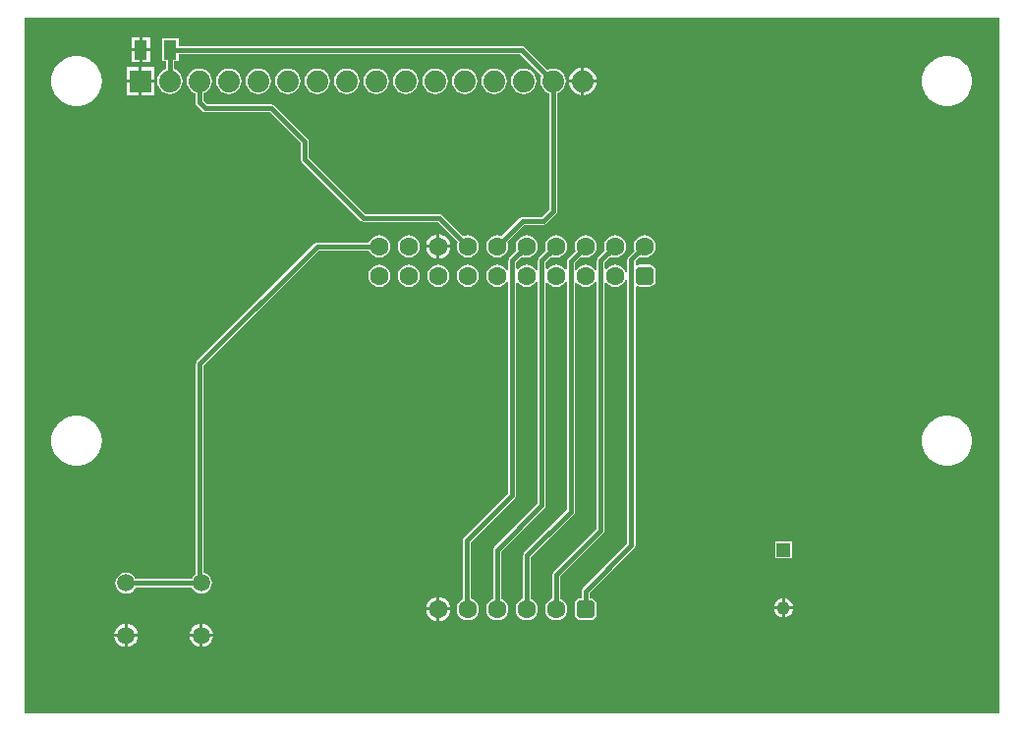
<source format=gbl>
G04*
G04 #@! TF.GenerationSoftware,Altium Limited,Altium Designer,21.3.2 (30)*
G04*
G04 Layer_Physical_Order=2*
G04 Layer_Color=16711680*
%FSLAX25Y25*%
%MOIN*%
G70*
G04*
G04 #@! TF.SameCoordinates,C5F37314-CDAC-41E9-AC7F-4832BFE522EA*
G04*
G04*
G04 #@! TF.FilePolarity,Positive*
G04*
G01*
G75*
%ADD14C,0.04528*%
%ADD15R,0.04528X0.04528*%
%ADD22C,0.01500*%
%ADD23C,0.05906*%
%ADD24C,0.06299*%
G04:AMPARAMS|DCode=25|XSize=62.99mil|YSize=62.99mil|CornerRadius=15.75mil|HoleSize=0mil|Usage=FLASHONLY|Rotation=180.000|XOffset=0mil|YOffset=0mil|HoleType=Round|Shape=RoundedRectangle|*
%AMROUNDEDRECTD25*
21,1,0.06299,0.03150,0,0,180.0*
21,1,0.03150,0.06299,0,0,180.0*
1,1,0.03150,-0.01575,0.01575*
1,1,0.03150,0.01575,0.01575*
1,1,0.03150,0.01575,-0.01575*
1,1,0.03150,-0.01575,-0.01575*
%
%ADD25ROUNDEDRECTD25*%
%ADD26R,0.07400X0.07400*%
%ADD27C,0.07400*%
%ADD28R,0.04352X0.06528*%
G36*
X362205Y43307D02*
X31496D01*
Y279528D01*
X362205D01*
Y43307D01*
D02*
G37*
%LPC*%
G36*
X74135Y272768D02*
X71459D01*
Y269004D01*
X74135D01*
Y272768D01*
D02*
G37*
G36*
X70459D02*
X67783D01*
Y269004D01*
X70459D01*
Y272768D01*
D02*
G37*
G36*
X345264Y266387D02*
X343713D01*
X343652Y266362D01*
X343588Y266375D01*
X342067Y266072D01*
X342012Y266036D01*
X341947D01*
X340514Y265442D01*
X340468Y265396D01*
X340403Y265383D01*
X339114Y264522D01*
X339077Y264467D01*
X339017Y264442D01*
X337920Y263345D01*
X337895Y263285D01*
X337841Y263248D01*
X336979Y261959D01*
X336966Y261895D01*
X336920Y261848D01*
X336326Y260415D01*
Y260350D01*
X336290Y260296D01*
X335987Y258774D01*
X336000Y258710D01*
X335975Y258649D01*
Y257099D01*
X336000Y257038D01*
X335987Y256974D01*
X336290Y255452D01*
X336326Y255398D01*
Y255333D01*
X336920Y253900D01*
X336966Y253853D01*
X336979Y253789D01*
X337841Y252500D01*
X337895Y252463D01*
X337920Y252403D01*
X339017Y251306D01*
X339077Y251281D01*
X339114Y251226D01*
X340403Y250365D01*
X340468Y250352D01*
X340514Y250306D01*
X341947Y249712D01*
X342012D01*
X342067Y249676D01*
X343588Y249373D01*
X343652Y249386D01*
X343713Y249361D01*
X345264D01*
X345324Y249386D01*
X345388Y249373D01*
X346910Y249676D01*
X346964Y249712D01*
X347030D01*
X348463Y250306D01*
X348509Y250352D01*
X348573Y250365D01*
X349863Y251226D01*
X349899Y251281D01*
X349960Y251306D01*
X351056Y252403D01*
X351081Y252463D01*
X351136Y252500D01*
X351997Y253789D01*
X352010Y253853D01*
X352057Y253900D01*
X352650Y255333D01*
Y255398D01*
X352687Y255452D01*
X352989Y256974D01*
X352976Y257038D01*
X353001Y257099D01*
Y258649D01*
X352976Y258710D01*
X352989Y258774D01*
X352687Y260296D01*
X352650Y260350D01*
Y260415D01*
X352057Y261848D01*
X352010Y261895D01*
X351997Y261959D01*
X351136Y263248D01*
X351081Y263285D01*
X351056Y263345D01*
X349960Y264442D01*
X349899Y264467D01*
X349863Y264522D01*
X348573Y265383D01*
X348509Y265396D01*
X348463Y265442D01*
X347030Y266036D01*
X346964D01*
X346910Y266072D01*
X345388Y266375D01*
X345324Y266362D01*
X345264Y266387D01*
D02*
G37*
G36*
X49988D02*
X48437D01*
X48377Y266362D01*
X48312Y266375D01*
X46791Y266072D01*
X46737Y266036D01*
X46671D01*
X45238Y265442D01*
X45192Y265396D01*
X45128Y265383D01*
X43838Y264522D01*
X43802Y264467D01*
X43741Y264442D01*
X42644Y263345D01*
X42619Y263285D01*
X42565Y263248D01*
X41703Y261959D01*
X41690Y261895D01*
X41644Y261848D01*
X41051Y260415D01*
Y260350D01*
X41014Y260296D01*
X40712Y258774D01*
X40724Y258710D01*
X40699Y258649D01*
Y257099D01*
X40724Y257038D01*
X40712Y256974D01*
X41014Y255452D01*
X41051Y255398D01*
Y255333D01*
X41644Y253900D01*
X41690Y253853D01*
X41703Y253789D01*
X42565Y252500D01*
X42619Y252463D01*
X42644Y252403D01*
X43741Y251306D01*
X43802Y251281D01*
X43838Y251226D01*
X45128Y250365D01*
X45192Y250352D01*
X45238Y250306D01*
X46671Y249712D01*
X46737D01*
X46791Y249676D01*
X48312Y249373D01*
X48377Y249386D01*
X48437Y249361D01*
X49988D01*
X50049Y249386D01*
X50113Y249373D01*
X51634Y249676D01*
X51688Y249712D01*
X51754D01*
X53187Y250306D01*
X53233Y250352D01*
X53298Y250365D01*
X54587Y251226D01*
X54624Y251281D01*
X54684Y251306D01*
X55781Y252403D01*
X55806Y252463D01*
X55860Y252500D01*
X56722Y253789D01*
X56735Y253853D01*
X56781Y253900D01*
X57375Y255333D01*
Y255398D01*
X57411Y255452D01*
X57714Y256974D01*
X57701Y257038D01*
X57726Y257099D01*
Y258649D01*
X57701Y258710D01*
X57714Y258774D01*
X57411Y260296D01*
X57375Y260350D01*
Y260415D01*
X56781Y261848D01*
X56735Y261895D01*
X56722Y261959D01*
X55860Y263248D01*
X55806Y263285D01*
X55781Y263345D01*
X54684Y264442D01*
X54624Y264467D01*
X54587Y264522D01*
X53298Y265383D01*
X53233Y265396D01*
X53187Y265442D01*
X51754Y266036D01*
X51688D01*
X51634Y266072D01*
X50113Y266375D01*
X50049Y266362D01*
X49988Y266387D01*
D02*
G37*
G36*
X74135Y268004D02*
X71459D01*
Y264240D01*
X74135D01*
Y268004D01*
D02*
G37*
G36*
X70459D02*
X67783D01*
Y264240D01*
X70459D01*
Y268004D01*
D02*
G37*
G36*
X221366Y262549D02*
Y258374D01*
X225541D01*
X225445Y259101D01*
X224972Y260244D01*
X224218Y261226D01*
X223236Y261980D01*
X222093Y262453D01*
X221366Y262549D01*
D02*
G37*
G36*
X220366D02*
X219639Y262453D01*
X218496Y261980D01*
X217514Y261226D01*
X216761Y260244D01*
X216287Y259101D01*
X216191Y258374D01*
X220366D01*
Y262549D01*
D02*
G37*
G36*
X75566Y262574D02*
X71366D01*
Y258374D01*
X75566D01*
Y262574D01*
D02*
G37*
G36*
X70366D02*
X66166D01*
Y258374D01*
X70366D01*
Y262574D01*
D02*
G37*
G36*
X200866Y262202D02*
X199746Y262054D01*
X198702Y261622D01*
X197806Y260934D01*
X197118Y260038D01*
X196686Y258994D01*
X196539Y257874D01*
X196686Y256754D01*
X197118Y255710D01*
X197806Y254814D01*
X198702Y254126D01*
X199746Y253694D01*
X200866Y253546D01*
X201986Y253694D01*
X203030Y254126D01*
X203926Y254814D01*
X204614Y255710D01*
X205046Y256754D01*
X205194Y257874D01*
X205046Y258994D01*
X204614Y260038D01*
X203926Y260934D01*
X203030Y261622D01*
X201986Y262054D01*
X200866Y262202D01*
D02*
G37*
G36*
X190866D02*
X189746Y262054D01*
X188702Y261622D01*
X187806Y260934D01*
X187118Y260038D01*
X186686Y258994D01*
X186539Y257874D01*
X186686Y256754D01*
X187118Y255710D01*
X187806Y254814D01*
X188702Y254126D01*
X189746Y253694D01*
X190866Y253546D01*
X191986Y253694D01*
X193030Y254126D01*
X193926Y254814D01*
X194614Y255710D01*
X195046Y256754D01*
X195194Y257874D01*
X195046Y258994D01*
X194614Y260038D01*
X193926Y260934D01*
X193030Y261622D01*
X191986Y262054D01*
X190866Y262202D01*
D02*
G37*
G36*
X180866D02*
X179746Y262054D01*
X178702Y261622D01*
X177806Y260934D01*
X177118Y260038D01*
X176686Y258994D01*
X176539Y257874D01*
X176686Y256754D01*
X177118Y255710D01*
X177806Y254814D01*
X178702Y254126D01*
X179746Y253694D01*
X180866Y253546D01*
X181986Y253694D01*
X183030Y254126D01*
X183926Y254814D01*
X184614Y255710D01*
X185046Y256754D01*
X185194Y257874D01*
X185046Y258994D01*
X184614Y260038D01*
X183926Y260934D01*
X183030Y261622D01*
X181986Y262054D01*
X180866Y262202D01*
D02*
G37*
G36*
X170866D02*
X169746Y262054D01*
X168702Y261622D01*
X167806Y260934D01*
X167118Y260038D01*
X166686Y258994D01*
X166539Y257874D01*
X166686Y256754D01*
X167118Y255710D01*
X167806Y254814D01*
X168702Y254126D01*
X169746Y253694D01*
X170866Y253546D01*
X171986Y253694D01*
X173030Y254126D01*
X173926Y254814D01*
X174614Y255710D01*
X175046Y256754D01*
X175194Y257874D01*
X175046Y258994D01*
X174614Y260038D01*
X173926Y260934D01*
X173030Y261622D01*
X171986Y262054D01*
X170866Y262202D01*
D02*
G37*
G36*
X160866D02*
X159746Y262054D01*
X158702Y261622D01*
X157806Y260934D01*
X157118Y260038D01*
X156686Y258994D01*
X156539Y257874D01*
X156686Y256754D01*
X157118Y255710D01*
X157806Y254814D01*
X158702Y254126D01*
X159746Y253694D01*
X160866Y253546D01*
X161986Y253694D01*
X163030Y254126D01*
X163926Y254814D01*
X164614Y255710D01*
X165046Y256754D01*
X165194Y257874D01*
X165046Y258994D01*
X164614Y260038D01*
X163926Y260934D01*
X163030Y261622D01*
X161986Y262054D01*
X160866Y262202D01*
D02*
G37*
G36*
X150866D02*
X149746Y262054D01*
X148702Y261622D01*
X147806Y260934D01*
X147118Y260038D01*
X146686Y258994D01*
X146539Y257874D01*
X146686Y256754D01*
X147118Y255710D01*
X147806Y254814D01*
X148702Y254126D01*
X149746Y253694D01*
X150866Y253546D01*
X151986Y253694D01*
X153030Y254126D01*
X153926Y254814D01*
X154614Y255710D01*
X155046Y256754D01*
X155194Y257874D01*
X155046Y258994D01*
X154614Y260038D01*
X153926Y260934D01*
X153030Y261622D01*
X151986Y262054D01*
X150866Y262202D01*
D02*
G37*
G36*
X140866D02*
X139746Y262054D01*
X138702Y261622D01*
X137806Y260934D01*
X137118Y260038D01*
X136686Y258994D01*
X136539Y257874D01*
X136686Y256754D01*
X137118Y255710D01*
X137806Y254814D01*
X138702Y254126D01*
X139746Y253694D01*
X140866Y253546D01*
X141986Y253694D01*
X143030Y254126D01*
X143926Y254814D01*
X144614Y255710D01*
X145046Y256754D01*
X145194Y257874D01*
X145046Y258994D01*
X144614Y260038D01*
X143926Y260934D01*
X143030Y261622D01*
X141986Y262054D01*
X140866Y262202D01*
D02*
G37*
G36*
X130866D02*
X129746Y262054D01*
X128702Y261622D01*
X127806Y260934D01*
X127118Y260038D01*
X126686Y258994D01*
X126539Y257874D01*
X126686Y256754D01*
X127118Y255710D01*
X127806Y254814D01*
X128702Y254126D01*
X129746Y253694D01*
X130866Y253546D01*
X131986Y253694D01*
X133030Y254126D01*
X133926Y254814D01*
X134614Y255710D01*
X135046Y256754D01*
X135194Y257874D01*
X135046Y258994D01*
X134614Y260038D01*
X133926Y260934D01*
X133030Y261622D01*
X131986Y262054D01*
X130866Y262202D01*
D02*
G37*
G36*
X120866D02*
X119746Y262054D01*
X118702Y261622D01*
X117806Y260934D01*
X117118Y260038D01*
X116686Y258994D01*
X116539Y257874D01*
X116686Y256754D01*
X117118Y255710D01*
X117806Y254814D01*
X118702Y254126D01*
X119746Y253694D01*
X120866Y253546D01*
X121986Y253694D01*
X123030Y254126D01*
X123926Y254814D01*
X124614Y255710D01*
X125046Y256754D01*
X125194Y257874D01*
X125046Y258994D01*
X124614Y260038D01*
X123926Y260934D01*
X123030Y261622D01*
X121986Y262054D01*
X120866Y262202D01*
D02*
G37*
G36*
X110866D02*
X109746Y262054D01*
X108702Y261622D01*
X107806Y260934D01*
X107118Y260038D01*
X106686Y258994D01*
X106539Y257874D01*
X106686Y256754D01*
X107118Y255710D01*
X107806Y254814D01*
X108702Y254126D01*
X109746Y253694D01*
X110866Y253546D01*
X111986Y253694D01*
X113030Y254126D01*
X113926Y254814D01*
X114614Y255710D01*
X115046Y256754D01*
X115194Y257874D01*
X115046Y258994D01*
X114614Y260038D01*
X113926Y260934D01*
X113030Y261622D01*
X111986Y262054D01*
X110866Y262202D01*
D02*
G37*
G36*
X100866D02*
X99746Y262054D01*
X98702Y261622D01*
X97806Y260934D01*
X97118Y260038D01*
X96686Y258994D01*
X96539Y257874D01*
X96686Y256754D01*
X97118Y255710D01*
X97806Y254814D01*
X98702Y254126D01*
X99746Y253694D01*
X100866Y253546D01*
X101986Y253694D01*
X103030Y254126D01*
X103926Y254814D01*
X104614Y255710D01*
X105046Y256754D01*
X105194Y257874D01*
X105046Y258994D01*
X104614Y260038D01*
X103926Y260934D01*
X103030Y261622D01*
X101986Y262054D01*
X100866Y262202D01*
D02*
G37*
G36*
X225541Y257374D02*
X221366D01*
Y253199D01*
X222093Y253295D01*
X223236Y253769D01*
X224218Y254522D01*
X224972Y255504D01*
X225445Y256647D01*
X225541Y257374D01*
D02*
G37*
G36*
X220366D02*
X216191D01*
X216287Y256647D01*
X216761Y255504D01*
X217514Y254522D01*
X218496Y253769D01*
X219639Y253295D01*
X220366Y253199D01*
Y257374D01*
D02*
G37*
G36*
X75566D02*
X71366D01*
Y253174D01*
X75566D01*
Y257374D01*
D02*
G37*
G36*
X70366D02*
X66166D01*
Y253174D01*
X70366D01*
Y257374D01*
D02*
G37*
G36*
X83776Y272359D02*
X78243D01*
Y264649D01*
X79571D01*
Y261982D01*
X78702Y261622D01*
X77806Y260934D01*
X77118Y260038D01*
X76686Y258994D01*
X76539Y257874D01*
X76686Y256754D01*
X77118Y255710D01*
X77806Y254814D01*
X78702Y254126D01*
X79746Y253694D01*
X80866Y253546D01*
X81986Y253694D01*
X83030Y254126D01*
X83926Y254814D01*
X84614Y255710D01*
X85046Y256754D01*
X85194Y257874D01*
X85046Y258994D01*
X84614Y260038D01*
X83926Y260934D01*
X83030Y261622D01*
X82305Y261922D01*
Y264649D01*
X83776D01*
Y267137D01*
X199670D01*
X207016Y259791D01*
X206686Y258994D01*
X206539Y257874D01*
X206686Y256754D01*
X207118Y255710D01*
X207806Y254814D01*
X208702Y254126D01*
X209499Y253796D01*
Y214432D01*
X206934Y211867D01*
X200500D01*
X199977Y211763D01*
X199533Y211467D01*
X193346Y205279D01*
X192827Y205494D01*
X191850Y205623D01*
X190874Y205494D01*
X189964Y205117D01*
X189183Y204518D01*
X188583Y203737D01*
X188207Y202827D01*
X188078Y201850D01*
X188207Y200874D01*
X188583Y199964D01*
X189183Y199183D01*
X189964Y198583D01*
X190874Y198206D01*
X191850Y198078D01*
X192827Y198206D01*
X193737Y198583D01*
X194518Y199183D01*
X195117Y199964D01*
X195494Y200874D01*
X195623Y201850D01*
X195494Y202827D01*
X195279Y203346D01*
X201066Y209133D01*
X207500D01*
X208023Y209237D01*
X208467Y209534D01*
X211833Y212900D01*
X212129Y213343D01*
X212233Y213866D01*
Y253796D01*
X213030Y254126D01*
X213926Y254814D01*
X214614Y255710D01*
X215046Y256754D01*
X215194Y257874D01*
X215046Y258994D01*
X214614Y260038D01*
X213926Y260934D01*
X213030Y261622D01*
X211986Y262054D01*
X210866Y262202D01*
X209746Y262054D01*
X208949Y261724D01*
X201203Y269470D01*
X200759Y269767D01*
X200236Y269871D01*
X83776D01*
Y272359D01*
D02*
G37*
G36*
X172350Y205970D02*
Y202350D01*
X175970D01*
X175893Y202934D01*
X175475Y203943D01*
X174810Y204810D01*
X173943Y205475D01*
X172934Y205893D01*
X172350Y205970D01*
D02*
G37*
G36*
X171350Y205970D02*
X170767Y205893D01*
X169758Y205475D01*
X168891Y204810D01*
X168226Y203943D01*
X167808Y202934D01*
X167731Y202350D01*
X171350D01*
Y205970D01*
D02*
G37*
G36*
X241850Y205623D02*
X240874Y205494D01*
X239964Y205117D01*
X239183Y204518D01*
X238583Y203737D01*
X238207Y202827D01*
X238078Y201850D01*
X238207Y200874D01*
X238422Y200355D01*
X236394Y198327D01*
X236098Y197883D01*
X235993Y197360D01*
Y192866D01*
X235494Y192827D01*
X235117Y193737D01*
X234518Y194518D01*
X233737Y195117D01*
X232827Y195494D01*
X231850Y195623D01*
X230874Y195494D01*
X229964Y195117D01*
X229183Y194518D01*
X228867Y194106D01*
X228367Y194276D01*
Y196434D01*
X230355Y198422D01*
X230874Y198206D01*
X231850Y198078D01*
X232827Y198206D01*
X233737Y198583D01*
X234518Y199183D01*
X235117Y199964D01*
X235494Y200874D01*
X235623Y201850D01*
X235494Y202827D01*
X235117Y203737D01*
X234518Y204518D01*
X233737Y205117D01*
X232827Y205494D01*
X231850Y205623D01*
X230874Y205494D01*
X229964Y205117D01*
X229183Y204518D01*
X228583Y203737D01*
X228206Y202827D01*
X228078Y201850D01*
X228206Y200874D01*
X228422Y200355D01*
X226033Y197967D01*
X225737Y197523D01*
X225633Y197000D01*
Y193798D01*
X225133Y193699D01*
X225117Y193737D01*
X224518Y194518D01*
X223737Y195117D01*
X222827Y195494D01*
X221850Y195623D01*
X220874Y195494D01*
X219964Y195117D01*
X219183Y194518D01*
X218685Y193869D01*
X218185Y194033D01*
Y196252D01*
X220355Y198422D01*
X220874Y198206D01*
X221850Y198078D01*
X222827Y198206D01*
X223737Y198583D01*
X224518Y199183D01*
X225117Y199964D01*
X225494Y200874D01*
X225623Y201850D01*
X225494Y202827D01*
X225117Y203737D01*
X224518Y204518D01*
X223737Y205117D01*
X222827Y205494D01*
X221850Y205623D01*
X220874Y205494D01*
X219964Y205117D01*
X219183Y204518D01*
X218583Y203737D01*
X218207Y202827D01*
X218078Y201850D01*
X218207Y200874D01*
X218422Y200355D01*
X215851Y197784D01*
X215555Y197341D01*
X215451Y196818D01*
Y194123D01*
X214951Y193954D01*
X214518Y194518D01*
X213737Y195117D01*
X212827Y195494D01*
X211850Y195623D01*
X210874Y195494D01*
X209964Y195117D01*
X209183Y194518D01*
X208867Y194106D01*
X208367Y194276D01*
Y196434D01*
X210355Y198422D01*
X210874Y198206D01*
X211850Y198078D01*
X212827Y198206D01*
X213737Y198583D01*
X214518Y199183D01*
X215117Y199964D01*
X215494Y200874D01*
X215623Y201850D01*
X215494Y202827D01*
X215117Y203737D01*
X214518Y204518D01*
X213737Y205117D01*
X212827Y205494D01*
X211850Y205623D01*
X210874Y205494D01*
X209964Y205117D01*
X209183Y204518D01*
X208583Y203737D01*
X208207Y202827D01*
X208078Y201850D01*
X208207Y200874D01*
X208422Y200355D01*
X206033Y197967D01*
X205737Y197523D01*
X205633Y197000D01*
Y193798D01*
X205133Y193699D01*
X205117Y193737D01*
X204518Y194518D01*
X203737Y195117D01*
X202827Y195494D01*
X201850Y195623D01*
X200874Y195494D01*
X199964Y195117D01*
X199183Y194518D01*
X198867Y194106D01*
X198367Y194276D01*
Y196434D01*
X200355Y198422D01*
X200874Y198206D01*
X201850Y198078D01*
X202827Y198206D01*
X203737Y198583D01*
X204518Y199183D01*
X205117Y199964D01*
X205494Y200874D01*
X205623Y201850D01*
X205494Y202827D01*
X205117Y203737D01*
X204518Y204518D01*
X203737Y205117D01*
X202827Y205494D01*
X201850Y205623D01*
X200874Y205494D01*
X199964Y205117D01*
X199183Y204518D01*
X198583Y203737D01*
X198206Y202827D01*
X198078Y201850D01*
X198206Y200874D01*
X198422Y200355D01*
X196034Y197967D01*
X195737Y197523D01*
X195633Y197000D01*
Y193798D01*
X195133Y193699D01*
X195117Y193737D01*
X194518Y194518D01*
X193737Y195117D01*
X192827Y195494D01*
X191850Y195623D01*
X190874Y195494D01*
X189964Y195117D01*
X189183Y194518D01*
X188583Y193737D01*
X188207Y192827D01*
X188078Y191850D01*
X188207Y190874D01*
X188583Y189964D01*
X189183Y189183D01*
X189964Y188583D01*
X190874Y188207D01*
X191850Y188078D01*
X192827Y188207D01*
X193737Y188583D01*
X194518Y189183D01*
X195117Y189964D01*
X195133Y190002D01*
X195633Y189903D01*
Y118066D01*
X180534Y102966D01*
X180237Y102523D01*
X180133Y102000D01*
Y82077D01*
X179964Y82007D01*
X179183Y81408D01*
X178583Y80626D01*
X178207Y79716D01*
X178078Y78740D01*
X178207Y77764D01*
X178583Y76854D01*
X179183Y76073D01*
X179964Y75473D01*
X180874Y75096D01*
X181850Y74968D01*
X182827Y75096D01*
X183737Y75473D01*
X184518Y76073D01*
X185117Y76854D01*
X185494Y77764D01*
X185623Y78740D01*
X185494Y79716D01*
X185117Y80626D01*
X184518Y81408D01*
X183737Y82007D01*
X182867Y82367D01*
Y101434D01*
X197967Y116534D01*
X198263Y116977D01*
X198367Y117500D01*
Y189425D01*
X198867Y189595D01*
X199183Y189183D01*
X199964Y188583D01*
X200874Y188207D01*
X201850Y188078D01*
X202827Y188207D01*
X203737Y188583D01*
X204518Y189183D01*
X205117Y189964D01*
X205133Y190002D01*
X205633Y189903D01*
Y114566D01*
X190884Y99817D01*
X190588Y99374D01*
X190484Y98850D01*
Y82222D01*
X189964Y82007D01*
X189183Y81408D01*
X188583Y80626D01*
X188207Y79716D01*
X188078Y78740D01*
X188207Y77764D01*
X188583Y76854D01*
X189183Y76073D01*
X189964Y75473D01*
X190874Y75096D01*
X191850Y74968D01*
X192827Y75096D01*
X193737Y75473D01*
X194518Y76073D01*
X195117Y76854D01*
X195494Y77764D01*
X195623Y78740D01*
X195494Y79716D01*
X195117Y80626D01*
X194518Y81408D01*
X193737Y82007D01*
X193217Y82222D01*
Y98284D01*
X207966Y113033D01*
X208263Y113477D01*
X208367Y114000D01*
Y189425D01*
X208867Y189595D01*
X209183Y189183D01*
X209964Y188583D01*
X210874Y188207D01*
X211850Y188078D01*
X212827Y188207D01*
X213737Y188583D01*
X214518Y189183D01*
X214951Y189747D01*
X215451Y189577D01*
Y112384D01*
X201033Y97966D01*
X200737Y97523D01*
X200633Y97000D01*
Y82284D01*
X199964Y82007D01*
X199183Y81408D01*
X198583Y80626D01*
X198206Y79716D01*
X198078Y78740D01*
X198206Y77764D01*
X198583Y76854D01*
X199183Y76073D01*
X199964Y75473D01*
X200874Y75096D01*
X201850Y74968D01*
X202827Y75096D01*
X203737Y75473D01*
X204518Y76073D01*
X205117Y76854D01*
X205494Y77764D01*
X205623Y78740D01*
X205494Y79716D01*
X205117Y80626D01*
X204518Y81408D01*
X203737Y82007D01*
X203367Y82160D01*
Y96434D01*
X217784Y110851D01*
X218081Y111295D01*
X218185Y111818D01*
Y189668D01*
X218685Y189832D01*
X219183Y189183D01*
X219964Y188583D01*
X220874Y188207D01*
X221850Y188078D01*
X222827Y188207D01*
X223737Y188583D01*
X224518Y189183D01*
X225117Y189964D01*
X225133Y190002D01*
X225633Y189903D01*
Y106066D01*
X211034Y91466D01*
X210737Y91023D01*
X210633Y90500D01*
Y82284D01*
X209964Y82007D01*
X209183Y81408D01*
X208583Y80626D01*
X208207Y79716D01*
X208078Y78740D01*
X208207Y77764D01*
X208583Y76854D01*
X209183Y76073D01*
X209964Y75473D01*
X210874Y75096D01*
X211850Y74968D01*
X212827Y75096D01*
X213737Y75473D01*
X214518Y76073D01*
X215117Y76854D01*
X215494Y77764D01*
X215623Y78740D01*
X215494Y79716D01*
X215117Y80626D01*
X214518Y81408D01*
X213737Y82007D01*
X213367Y82160D01*
Y89934D01*
X227966Y104534D01*
X228263Y104977D01*
X228367Y105500D01*
Y189425D01*
X228867Y189595D01*
X229183Y189183D01*
X229964Y188583D01*
X230874Y188207D01*
X231850Y188078D01*
X232827Y188207D01*
X233737Y188583D01*
X234518Y189183D01*
X235117Y189964D01*
X235494Y190874D01*
X235993Y190835D01*
Y100926D01*
X220884Y85817D01*
X220588Y85374D01*
X220484Y84850D01*
Y82523D01*
X220276D01*
X219431Y82355D01*
X218714Y81876D01*
X218236Y81160D01*
X218068Y80315D01*
Y77165D01*
X218236Y76320D01*
X218714Y75604D01*
X219431Y75126D01*
X220276Y74958D01*
X223425D01*
X224270Y75126D01*
X224986Y75604D01*
X225465Y76320D01*
X225633Y77165D01*
Y80315D01*
X225465Y81160D01*
X224986Y81876D01*
X224270Y82355D01*
X223425Y82523D01*
X223217D01*
Y84284D01*
X238327Y99394D01*
X238623Y99837D01*
X238727Y100360D01*
Y188176D01*
X239168Y188411D01*
X239431Y188236D01*
X240276Y188068D01*
X243425D01*
X244270Y188236D01*
X244986Y188715D01*
X245465Y189431D01*
X245633Y190276D01*
Y193425D01*
X245465Y194270D01*
X244986Y194986D01*
X244270Y195465D01*
X243425Y195633D01*
X240276D01*
X239431Y195465D01*
X239168Y195289D01*
X238727Y195525D01*
Y196794D01*
X240355Y198422D01*
X240874Y198206D01*
X241850Y198078D01*
X242827Y198206D01*
X243737Y198583D01*
X244518Y199183D01*
X245117Y199964D01*
X245494Y200874D01*
X245623Y201850D01*
X245494Y202827D01*
X245117Y203737D01*
X244518Y204518D01*
X243737Y205117D01*
X242827Y205494D01*
X241850Y205623D01*
D02*
G37*
G36*
X90866Y262202D02*
X89746Y262054D01*
X88702Y261622D01*
X87806Y260934D01*
X87118Y260038D01*
X86686Y258994D01*
X86539Y257874D01*
X86686Y256754D01*
X87118Y255710D01*
X87806Y254814D01*
X88702Y254126D01*
X89499Y253796D01*
Y250634D01*
X89603Y250111D01*
X89900Y249667D01*
X91912Y247656D01*
X92355Y247359D01*
X92878Y247255D01*
X114812D01*
X125133Y236934D01*
Y231500D01*
X125237Y230977D01*
X125533Y230534D01*
X145534Y210533D01*
X145977Y210237D01*
X146500Y210133D01*
X171635D01*
X178422Y203346D01*
X178207Y202827D01*
X178078Y201850D01*
X178207Y200874D01*
X178583Y199964D01*
X179183Y199183D01*
X179964Y198583D01*
X180874Y198206D01*
X181850Y198078D01*
X182827Y198206D01*
X183737Y198583D01*
X184518Y199183D01*
X185117Y199964D01*
X185494Y200874D01*
X185623Y201850D01*
X185494Y202827D01*
X185117Y203737D01*
X184518Y204518D01*
X183737Y205117D01*
X182827Y205494D01*
X181850Y205623D01*
X180874Y205494D01*
X180355Y205279D01*
X173167Y212467D01*
X172724Y212763D01*
X172201Y212867D01*
X147066D01*
X127867Y232066D01*
Y237500D01*
X127763Y238023D01*
X127466Y238467D01*
X116344Y249588D01*
X115901Y249885D01*
X115378Y249989D01*
X93444D01*
X92233Y251200D01*
Y253796D01*
X93030Y254126D01*
X93926Y254814D01*
X94614Y255710D01*
X95046Y256754D01*
X95194Y257874D01*
X95046Y258994D01*
X94614Y260038D01*
X93926Y260934D01*
X93030Y261622D01*
X91986Y262054D01*
X90866Y262202D01*
D02*
G37*
G36*
X161850Y205623D02*
X160874Y205494D01*
X159964Y205117D01*
X159183Y204518D01*
X158583Y203737D01*
X158206Y202827D01*
X158078Y201850D01*
X158206Y200874D01*
X158583Y199964D01*
X159183Y199183D01*
X159964Y198583D01*
X160874Y198206D01*
X161850Y198078D01*
X162827Y198206D01*
X163737Y198583D01*
X164518Y199183D01*
X165117Y199964D01*
X165494Y200874D01*
X165623Y201850D01*
X165494Y202827D01*
X165117Y203737D01*
X164518Y204518D01*
X163737Y205117D01*
X162827Y205494D01*
X161850Y205623D01*
D02*
G37*
G36*
X151850D02*
X150874Y205494D01*
X149964Y205117D01*
X149183Y204518D01*
X148583Y203737D01*
X148368Y203217D01*
X130850D01*
X130327Y203113D01*
X129884Y202817D01*
X90034Y162967D01*
X89737Y162523D01*
X89633Y162000D01*
Y90605D01*
X89008Y90126D01*
X88440Y89385D01*
X88266Y88965D01*
X69214D01*
X69040Y89385D01*
X68472Y90126D01*
X67732Y90693D01*
X66870Y91050D01*
X65945Y91172D01*
X65020Y91050D01*
X64158Y90693D01*
X63418Y90126D01*
X62850Y89385D01*
X62493Y88523D01*
X62371Y87598D01*
X62493Y86673D01*
X62850Y85812D01*
X63418Y85071D01*
X64158Y84503D01*
X65020Y84146D01*
X65945Y84025D01*
X66870Y84146D01*
X67732Y84503D01*
X68472Y85071D01*
X69040Y85812D01*
X69214Y86232D01*
X88266D01*
X88440Y85812D01*
X89008Y85071D01*
X89749Y84503D01*
X90610Y84146D01*
X91535Y84025D01*
X92460Y84146D01*
X93322Y84503D01*
X94063Y85071D01*
X94630Y85812D01*
X94987Y86673D01*
X95109Y87598D01*
X94987Y88523D01*
X94630Y89385D01*
X94063Y90126D01*
X93322Y90693D01*
X92460Y91050D01*
X92367Y91063D01*
Y161434D01*
X131416Y200484D01*
X148368D01*
X148583Y199964D01*
X149183Y199183D01*
X149964Y198583D01*
X150874Y198206D01*
X151850Y198078D01*
X152827Y198206D01*
X153737Y198583D01*
X154518Y199183D01*
X155117Y199964D01*
X155494Y200874D01*
X155623Y201850D01*
X155494Y202827D01*
X155117Y203737D01*
X154518Y204518D01*
X153737Y205117D01*
X152827Y205494D01*
X151850Y205623D01*
D02*
G37*
G36*
X175970Y201350D02*
X172350D01*
Y197731D01*
X172934Y197808D01*
X173943Y198226D01*
X174810Y198891D01*
X175475Y199758D01*
X175893Y200767D01*
X175970Y201350D01*
D02*
G37*
G36*
X171350D02*
X167731D01*
X167808Y200767D01*
X168226Y199758D01*
X168891Y198891D01*
X169758Y198226D01*
X170767Y197808D01*
X171350Y197731D01*
Y201350D01*
D02*
G37*
G36*
X181850Y195623D02*
X180874Y195494D01*
X179964Y195117D01*
X179183Y194518D01*
X178583Y193737D01*
X178207Y192827D01*
X178078Y191850D01*
X178207Y190874D01*
X178583Y189964D01*
X179183Y189183D01*
X179964Y188583D01*
X180874Y188207D01*
X181850Y188078D01*
X182827Y188207D01*
X183737Y188583D01*
X184518Y189183D01*
X185117Y189964D01*
X185494Y190874D01*
X185623Y191850D01*
X185494Y192827D01*
X185117Y193737D01*
X184518Y194518D01*
X183737Y195117D01*
X182827Y195494D01*
X181850Y195623D01*
D02*
G37*
G36*
X171850D02*
X170874Y195494D01*
X169964Y195117D01*
X169183Y194518D01*
X168583Y193737D01*
X168207Y192827D01*
X168078Y191850D01*
X168207Y190874D01*
X168583Y189964D01*
X169183Y189183D01*
X169964Y188583D01*
X170874Y188207D01*
X171850Y188078D01*
X172827Y188207D01*
X173737Y188583D01*
X174518Y189183D01*
X175117Y189964D01*
X175494Y190874D01*
X175623Y191850D01*
X175494Y192827D01*
X175117Y193737D01*
X174518Y194518D01*
X173737Y195117D01*
X172827Y195494D01*
X171850Y195623D01*
D02*
G37*
G36*
X161850D02*
X160874Y195494D01*
X159964Y195117D01*
X159183Y194518D01*
X158583Y193737D01*
X158206Y192827D01*
X158078Y191850D01*
X158206Y190874D01*
X158583Y189964D01*
X159183Y189183D01*
X159964Y188583D01*
X160874Y188207D01*
X161850Y188078D01*
X162827Y188207D01*
X163737Y188583D01*
X164518Y189183D01*
X165117Y189964D01*
X165494Y190874D01*
X165623Y191850D01*
X165494Y192827D01*
X165117Y193737D01*
X164518Y194518D01*
X163737Y195117D01*
X162827Y195494D01*
X161850Y195623D01*
D02*
G37*
G36*
X151850D02*
X150874Y195494D01*
X149964Y195117D01*
X149183Y194518D01*
X148583Y193737D01*
X148206Y192827D01*
X148078Y191850D01*
X148206Y190874D01*
X148583Y189964D01*
X149183Y189183D01*
X149964Y188583D01*
X150874Y188207D01*
X151850Y188078D01*
X152827Y188207D01*
X153737Y188583D01*
X154518Y189183D01*
X155117Y189964D01*
X155494Y190874D01*
X155623Y191850D01*
X155494Y192827D01*
X155117Y193737D01*
X154518Y194518D01*
X153737Y195117D01*
X152827Y195494D01*
X151850Y195623D01*
D02*
G37*
G36*
X345264Y144340D02*
X343713D01*
X343652Y144315D01*
X343588Y144328D01*
X342067Y144025D01*
X342012Y143989D01*
X341947D01*
X340514Y143395D01*
X340468Y143349D01*
X340403Y143336D01*
X339114Y142474D01*
X339077Y142420D01*
X339017Y142395D01*
X337920Y141298D01*
X337895Y141238D01*
X337841Y141201D01*
X336979Y139912D01*
X336966Y139847D01*
X336920Y139801D01*
X336326Y138368D01*
Y138303D01*
X336290Y138248D01*
X335987Y136727D01*
X336000Y136663D01*
X335975Y136602D01*
Y135051D01*
X336000Y134991D01*
X335987Y134926D01*
X336290Y133405D01*
X336326Y133351D01*
Y133285D01*
X336920Y131852D01*
X336966Y131806D01*
X336979Y131742D01*
X337841Y130452D01*
X337895Y130416D01*
X337920Y130355D01*
X339017Y129259D01*
X339077Y129234D01*
X339114Y129179D01*
X340403Y128317D01*
X340468Y128305D01*
X340514Y128258D01*
X341947Y127665D01*
X342012D01*
X342067Y127628D01*
X343588Y127326D01*
X343652Y127339D01*
X343713Y127313D01*
X345264D01*
X345324Y127339D01*
X345388Y127326D01*
X346910Y127628D01*
X346964Y127665D01*
X347030D01*
X348463Y128258D01*
X348509Y128305D01*
X348573Y128317D01*
X349863Y129179D01*
X349899Y129234D01*
X349960Y129259D01*
X351056Y130355D01*
X351081Y130416D01*
X351136Y130452D01*
X351997Y131742D01*
X352010Y131806D01*
X352057Y131852D01*
X352650Y133285D01*
Y133351D01*
X352687Y133405D01*
X352989Y134926D01*
X352976Y134991D01*
X353001Y135051D01*
Y136602D01*
X352976Y136663D01*
X352989Y136727D01*
X352687Y138248D01*
X352650Y138303D01*
Y138368D01*
X352057Y139801D01*
X352010Y139847D01*
X351997Y139912D01*
X351136Y141201D01*
X351081Y141238D01*
X351056Y141298D01*
X349960Y142395D01*
X349899Y142420D01*
X349863Y142474D01*
X348573Y143336D01*
X348509Y143349D01*
X348463Y143395D01*
X347030Y143989D01*
X346964D01*
X346910Y144025D01*
X345388Y144328D01*
X345324Y144315D01*
X345264Y144340D01*
D02*
G37*
G36*
X49988D02*
X48437D01*
X48377Y144315D01*
X48312Y144328D01*
X46791Y144025D01*
X46737Y143989D01*
X46671D01*
X45238Y143395D01*
X45192Y143349D01*
X45128Y143336D01*
X43838Y142474D01*
X43802Y142420D01*
X43741Y142395D01*
X42644Y141298D01*
X42619Y141238D01*
X42565Y141201D01*
X41703Y139912D01*
X41690Y139847D01*
X41644Y139801D01*
X41051Y138368D01*
Y138303D01*
X41014Y138248D01*
X40712Y136727D01*
X40724Y136663D01*
X40699Y136602D01*
Y135051D01*
X40724Y134991D01*
X40712Y134926D01*
X41014Y133405D01*
X41051Y133351D01*
Y133285D01*
X41644Y131852D01*
X41690Y131806D01*
X41703Y131742D01*
X42565Y130452D01*
X42619Y130416D01*
X42644Y130355D01*
X43741Y129259D01*
X43802Y129234D01*
X43838Y129179D01*
X45128Y128317D01*
X45192Y128305D01*
X45238Y128258D01*
X46671Y127665D01*
X46737D01*
X46791Y127628D01*
X48312Y127326D01*
X48377Y127339D01*
X48437Y127313D01*
X49988D01*
X50049Y127339D01*
X50113Y127326D01*
X51634Y127628D01*
X51688Y127665D01*
X51754D01*
X53187Y128258D01*
X53233Y128305D01*
X53298Y128317D01*
X54587Y129179D01*
X54624Y129234D01*
X54684Y129259D01*
X55781Y130355D01*
X55806Y130416D01*
X55860Y130452D01*
X56722Y131742D01*
X56735Y131806D01*
X56781Y131852D01*
X57375Y133285D01*
Y133351D01*
X57411Y133405D01*
X57714Y134926D01*
X57701Y134991D01*
X57726Y135051D01*
Y136602D01*
X57701Y136663D01*
X57714Y136727D01*
X57411Y138248D01*
X57375Y138303D01*
Y138368D01*
X56781Y139801D01*
X56735Y139847D01*
X56722Y139912D01*
X55860Y141201D01*
X55806Y141238D01*
X55781Y141298D01*
X54684Y142395D01*
X54624Y142420D01*
X54587Y142474D01*
X53298Y143336D01*
X53233Y143349D01*
X53187Y143395D01*
X51754Y143989D01*
X51688D01*
X51634Y144025D01*
X50113Y144328D01*
X50049Y144315D01*
X49988Y144340D01*
D02*
G37*
G36*
X291854Y101697D02*
X286146D01*
Y95988D01*
X291854D01*
Y101697D01*
D02*
G37*
G36*
X289500Y82384D02*
Y79658D01*
X292226D01*
X292180Y80010D01*
X291851Y80803D01*
X291328Y81485D01*
X290646Y82008D01*
X289852Y82337D01*
X289500Y82384D01*
D02*
G37*
G36*
X288500D02*
X288148Y82337D01*
X287354Y82008D01*
X286672Y81485D01*
X286149Y80803D01*
X285820Y80010D01*
X285774Y79658D01*
X288500D01*
Y82384D01*
D02*
G37*
G36*
X172350Y82860D02*
Y79240D01*
X175970D01*
X175893Y79823D01*
X175475Y80833D01*
X174810Y81700D01*
X173943Y82365D01*
X172934Y82783D01*
X172350Y82860D01*
D02*
G37*
G36*
X171350Y82860D02*
X170767Y82783D01*
X169758Y82365D01*
X168891Y81700D01*
X168226Y80833D01*
X167808Y79823D01*
X167731Y79240D01*
X171350D01*
Y82860D01*
D02*
G37*
G36*
X292226Y78658D02*
X289500D01*
Y75931D01*
X289852Y75978D01*
X290646Y76307D01*
X291328Y76830D01*
X291851Y77512D01*
X292180Y78306D01*
X292226Y78658D01*
D02*
G37*
G36*
X288500D02*
X285774D01*
X285820Y78306D01*
X286149Y77512D01*
X286672Y76830D01*
X287354Y76307D01*
X288148Y75978D01*
X288500Y75931D01*
Y78658D01*
D02*
G37*
G36*
X175970Y78240D02*
X172350D01*
Y74621D01*
X172934Y74697D01*
X173943Y75116D01*
X174810Y75781D01*
X175475Y76648D01*
X175893Y77657D01*
X175970Y78240D01*
D02*
G37*
G36*
X171350D02*
X167731D01*
X167808Y77657D01*
X168226Y76648D01*
X168891Y75781D01*
X169758Y75116D01*
X170767Y74697D01*
X171350Y74621D01*
Y78240D01*
D02*
G37*
G36*
X92035Y73803D02*
Y70382D01*
X95456D01*
X95386Y70914D01*
X94988Y71875D01*
X94355Y72701D01*
X93529Y73335D01*
X92567Y73733D01*
X92035Y73803D01*
D02*
G37*
G36*
X91035D02*
X90504Y73733D01*
X89542Y73335D01*
X88716Y72701D01*
X88083Y71875D01*
X87684Y70914D01*
X87614Y70382D01*
X91035D01*
Y73803D01*
D02*
G37*
G36*
X66445D02*
Y70382D01*
X69866D01*
X69796Y70914D01*
X69398Y71875D01*
X68764Y72701D01*
X67938Y73335D01*
X66977Y73733D01*
X66445Y73803D01*
D02*
G37*
G36*
X65445D02*
X64913Y73733D01*
X63951Y73335D01*
X63126Y72701D01*
X62492Y71875D01*
X62094Y70914D01*
X62024Y70382D01*
X65445D01*
Y73803D01*
D02*
G37*
G36*
X95456Y69382D02*
X92035D01*
Y65961D01*
X92567Y66031D01*
X93529Y66429D01*
X94355Y67063D01*
X94988Y67888D01*
X95386Y68850D01*
X95456Y69382D01*
D02*
G37*
G36*
X91035D02*
X87614D01*
X87684Y68850D01*
X88083Y67888D01*
X88716Y67063D01*
X89542Y66429D01*
X90504Y66031D01*
X91035Y65961D01*
Y69382D01*
D02*
G37*
G36*
X69866D02*
X66445D01*
Y65961D01*
X66977Y66031D01*
X67938Y66429D01*
X68764Y67063D01*
X69398Y67888D01*
X69796Y68850D01*
X69866Y69382D01*
D02*
G37*
G36*
X65445D02*
X62024D01*
X62094Y68850D01*
X62492Y67888D01*
X63126Y67063D01*
X63951Y66429D01*
X64913Y66031D01*
X65445Y65961D01*
Y69382D01*
D02*
G37*
%LPD*%
D14*
X289000Y79158D02*
D03*
D15*
Y98843D02*
D03*
D22*
X65945Y87598D02*
X91535D01*
X91000Y88134D02*
Y162000D01*
Y88134D02*
X91535Y87598D01*
X130850Y201850D02*
X151850D01*
X91000Y162000D02*
X130850Y201850D01*
X90866Y250634D02*
X92878Y248622D01*
X90866Y250634D02*
Y257874D01*
X92878Y248622D02*
X115378D01*
X126500Y237500D01*
Y231500D02*
Y237500D01*
Y231500D02*
X146500Y211500D01*
X172201D01*
X181850Y201850D01*
X181500Y79090D02*
Y102000D01*
Y79090D02*
X181850Y78740D01*
X197000Y117500D02*
Y197000D01*
X181500Y102000D02*
X197000Y117500D01*
Y197000D02*
X201850Y201850D01*
X191850Y78740D02*
Y98850D01*
X207000Y114000D01*
Y197000D01*
X211850Y201850D01*
X202000Y78890D02*
Y97000D01*
X201850Y78740D02*
X202000Y78890D01*
X216818Y111818D02*
Y196818D01*
X202000Y97000D02*
X216818Y111818D01*
Y196818D02*
X221850Y201850D01*
X211850Y78740D02*
X212000Y78890D01*
Y90500D01*
X227000Y105500D01*
Y197000D01*
X231850Y201850D01*
X221850Y78740D02*
Y84850D01*
X237360Y100360D02*
Y197360D01*
X221850Y84850D02*
X237360Y100360D01*
Y197360D02*
X241850Y201850D01*
X200236Y268504D02*
X210866Y257874D01*
X81009Y268504D02*
X200236D01*
X200500Y210500D02*
X207500D01*
X191850Y201850D02*
X200500Y210500D01*
X207500D02*
X210866Y213866D01*
Y257874D01*
X80938Y257946D02*
Y268432D01*
X81009Y268504D01*
X80866Y257874D02*
X80938Y257946D01*
D23*
X91535Y69882D02*
D03*
Y87598D02*
D03*
X65945Y69882D02*
D03*
Y87598D02*
D03*
D24*
X181850Y201850D02*
D03*
Y191850D02*
D03*
X191850Y201850D02*
D03*
X201850D02*
D03*
X191850Y191850D02*
D03*
X201850D02*
D03*
X211850Y201850D02*
D03*
Y191850D02*
D03*
X221850Y201850D02*
D03*
Y191850D02*
D03*
X231850Y201850D02*
D03*
Y191850D02*
D03*
X241850Y201850D02*
D03*
X171850Y191850D02*
D03*
X161850D02*
D03*
X151850D02*
D03*
X171850Y201850D02*
D03*
X161850D02*
D03*
X151850D02*
D03*
X171850Y78740D02*
D03*
X181850D02*
D03*
X201850D02*
D03*
X211850D02*
D03*
X191850D02*
D03*
D25*
X241850Y191850D02*
D03*
X221850Y78740D02*
D03*
D26*
X70866Y257874D02*
D03*
D27*
X80866D02*
D03*
X90866D02*
D03*
X100866D02*
D03*
X110866D02*
D03*
X120866D02*
D03*
X130866D02*
D03*
X140866D02*
D03*
X150866D02*
D03*
X160866D02*
D03*
X170866D02*
D03*
X180866D02*
D03*
X190866D02*
D03*
X200866D02*
D03*
X210866D02*
D03*
X220866D02*
D03*
D28*
X81009Y268504D02*
D03*
X70959D02*
D03*
M02*

</source>
